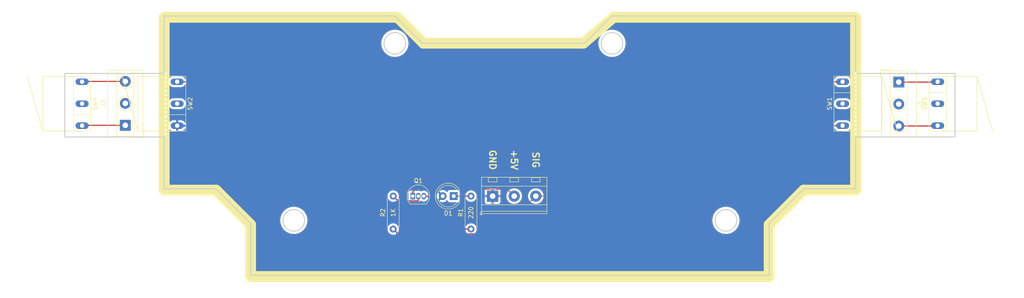
<source format=kicad_pcb>
(kicad_pcb (version 20171130) (host pcbnew "(5.1.5-0-10_14)")

  (general
    (thickness 1.6)
    (drawings 47)
    (tracks 29)
    (zones 0)
    (modules 17)
    (nets 18)
  )

  (page A4)
  (layers
    (0 F.Cu signal)
    (31 B.Cu signal)
    (32 B.Adhes user)
    (33 F.Adhes user)
    (34 B.Paste user)
    (35 F.Paste user)
    (36 B.SilkS user)
    (37 F.SilkS user)
    (38 B.Mask user)
    (39 F.Mask user)
    (40 Dwgs.User user)
    (41 Cmts.User user)
    (42 Eco1.User user)
    (43 Eco2.User user)
    (44 Edge.Cuts user)
    (45 Margin user)
    (46 B.CrtYd user)
    (47 F.CrtYd user)
    (48 B.Fab user hide)
    (49 F.Fab user hide)
  )

  (setup
    (last_trace_width 0.25)
    (user_trace_width 0.1)
    (user_trace_width 2)
    (trace_clearance 0.2)
    (zone_clearance 0.508)
    (zone_45_only no)
    (trace_min 0.1)
    (via_size 0.8)
    (via_drill 0.4)
    (via_min_size 0.4)
    (via_min_drill 0.3)
    (uvia_size 0.3)
    (uvia_drill 0.1)
    (uvias_allowed no)
    (uvia_min_size 0.2)
    (uvia_min_drill 0.1)
    (edge_width 0.05)
    (segment_width 0.2)
    (pcb_text_width 0.3)
    (pcb_text_size 1.5 1.5)
    (mod_edge_width 0.12)
    (mod_text_size 1 1)
    (mod_text_width 0.15)
    (pad_size 1.524 1.524)
    (pad_drill 0.762)
    (pad_to_mask_clearance 0.051)
    (solder_mask_min_width 0.25)
    (aux_axis_origin 0 0)
    (visible_elements FFFFFF7F)
    (pcbplotparams
      (layerselection 0x010fc_ffffffff)
      (usegerberextensions false)
      (usegerberattributes false)
      (usegerberadvancedattributes false)
      (creategerberjobfile false)
      (excludeedgelayer true)
      (linewidth 0.100000)
      (plotframeref false)
      (viasonmask false)
      (mode 1)
      (useauxorigin false)
      (hpglpennumber 1)
      (hpglpenspeed 20)
      (hpglpendiameter 15.000000)
      (psnegative false)
      (psa4output false)
      (plotreference true)
      (plotvalue true)
      (plotinvisibletext false)
      (padsonsilk false)
      (subtractmaskfromsilk false)
      (outputformat 1)
      (mirror false)
      (drillshape 0)
      (scaleselection 1)
      (outputdirectory "gerber/"))
  )

  (net 0 "")
  (net 1 GND)
  (net 2 +5V)
  (net 3 "Net-(SW1-Pad1)")
  (net 4 "Net-(SW1-Pad2)")
  (net 5 "Net-(SW2-Pad2)")
  (net 6 "Net-(D1-Pad1)")
  (net 7 SIG)
  (net 8 "Net-(Q1-Pad2)")
  (net 9 "Net-(SW3-Pad2)")
  (net 10 "Net-(SW4-Pad2)")
  (net 11 "Net-(J1-Pad2)")
  (net 12 "Net-(J1-Pad1)")
  (net 13 "Net-(J3-Pad2)")
  (net 14 "Net-(J1-Pad3)")
  (net 15 "Net-(J3-Pad3)")
  (net 16 "Net-(J3-Pad1)")
  (net 17 "Net-(Q1-Pad3)")

  (net_class Default "This is the default net class."
    (clearance 0.2)
    (trace_width 0.25)
    (via_dia 0.8)
    (via_drill 0.4)
    (uvia_dia 0.3)
    (uvia_drill 0.1)
    (add_net +5V)
    (add_net GND)
    (add_net "Net-(D1-Pad1)")
    (add_net "Net-(J1-Pad1)")
    (add_net "Net-(J1-Pad2)")
    (add_net "Net-(J1-Pad3)")
    (add_net "Net-(J3-Pad1)")
    (add_net "Net-(J3-Pad2)")
    (add_net "Net-(J3-Pad3)")
    (add_net "Net-(Q1-Pad2)")
    (add_net "Net-(Q1-Pad3)")
    (add_net "Net-(SW1-Pad1)")
    (add_net "Net-(SW1-Pad2)")
    (add_net "Net-(SW2-Pad2)")
    (add_net "Net-(SW3-Pad2)")
    (add_net "Net-(SW4-Pad2)")
    (add_net SIG)
  )

  (net_class Slim ""
    (clearance 0.2)
    (trace_width 0.2)
    (via_dia 0.8)
    (via_drill 0.4)
    (uvia_dia 0.3)
    (uvia_drill 0.1)
  )

  (module Eurorack:MOUSEBITE1mm (layer F.Cu) (tedit 57DAB9A4) (tstamp 5EBDCEBA)
    (at 232 56 90)
    (fp_text reference MOUSEBITE1mm (at 0 -1.016 90) (layer F.SilkS) hide
      (effects (font (size 1 1) (thickness 0.2)))
    )
    (fp_text value VAL** (at 0 1.27 90) (layer F.SilkS) hide
      (effects (font (size 1 1) (thickness 0.2)))
    )
    (pad "" np_thru_hole circle (at 0 0 90) (size 0.5 0.5) (drill 0.5) (layers *.Cu))
    (pad "" np_thru_hole circle (at -2 0 90) (size 0.5 0.5) (drill 0.5) (layers *.Cu))
    (pad "" np_thru_hole circle (at -1 0 90) (size 0.5 0.5) (drill 0.5) (layers *.Cu))
    (pad "" np_thru_hole circle (at 2 0 90) (size 0.5 0.5) (drill 0.5) (layers *.Cu))
    (pad "" np_thru_hole circle (at 1 0 90) (size 0.5 0.5) (drill 0.5) (layers *.Cu))
  )

  (module Eurorack:MOUSEBITE1mm (layer F.Cu) (tedit 57DAB9A4) (tstamp 5EBDCEAA)
    (at 232 51 90)
    (fp_text reference MOUSEBITE1mm (at 0 -1.016 90) (layer F.SilkS) hide
      (effects (font (size 1 1) (thickness 0.2)))
    )
    (fp_text value VAL** (at 0 1.27 90) (layer F.SilkS) hide
      (effects (font (size 1 1) (thickness 0.2)))
    )
    (pad "" np_thru_hole circle (at 1 0 90) (size 0.5 0.5) (drill 0.5) (layers *.Cu))
    (pad "" np_thru_hole circle (at 2 0 90) (size 0.5 0.5) (drill 0.5) (layers *.Cu))
    (pad "" np_thru_hole circle (at -1 0 90) (size 0.5 0.5) (drill 0.5) (layers *.Cu))
    (pad "" np_thru_hole circle (at -2 0 90) (size 0.5 0.5) (drill 0.5) (layers *.Cu))
    (pad "" np_thru_hole circle (at 0 0 90) (size 0.5 0.5) (drill 0.5) (layers *.Cu))
  )

  (module Eurorack:MOUSEBITE1mm (layer F.Cu) (tedit 57DAB9A4) (tstamp 5EBDCE9A)
    (at 232 46 90)
    (fp_text reference MOUSEBITE1mm (at 0 -1.016 90) (layer F.SilkS) hide
      (effects (font (size 1 1) (thickness 0.2)))
    )
    (fp_text value VAL** (at 0 1.27 90) (layer F.SilkS) hide
      (effects (font (size 1 1) (thickness 0.2)))
    )
    (pad "" np_thru_hole circle (at 0 0 90) (size 0.5 0.5) (drill 0.5) (layers *.Cu))
    (pad "" np_thru_hole circle (at -2 0 90) (size 0.5 0.5) (drill 0.5) (layers *.Cu))
    (pad "" np_thru_hole circle (at -1 0 90) (size 0.5 0.5) (drill 0.5) (layers *.Cu))
    (pad "" np_thru_hole circle (at 2 0 90) (size 0.5 0.5) (drill 0.5) (layers *.Cu))
    (pad "" np_thru_hole circle (at 1 0 90) (size 0.5 0.5) (drill 0.5) (layers *.Cu))
  )

  (module Eurorack:MOUSEBITE1mm (layer F.Cu) (tedit 57DAB9A4) (tstamp 5EBDCBD5)
    (at 72.39 56 90)
    (fp_text reference MOUSEBITE1mm (at 0 -1.016 90) (layer F.SilkS) hide
      (effects (font (size 1 1) (thickness 0.2)))
    )
    (fp_text value VAL** (at 0 1.27 90) (layer F.SilkS) hide
      (effects (font (size 1 1) (thickness 0.2)))
    )
    (pad "" np_thru_hole circle (at 1 0 90) (size 0.5 0.5) (drill 0.5) (layers *.Cu))
    (pad "" np_thru_hole circle (at 2 0 90) (size 0.5 0.5) (drill 0.5) (layers *.Cu))
    (pad "" np_thru_hole circle (at -1 0 90) (size 0.5 0.5) (drill 0.5) (layers *.Cu))
    (pad "" np_thru_hole circle (at -2 0 90) (size 0.5 0.5) (drill 0.5) (layers *.Cu))
    (pad "" np_thru_hole circle (at 0 0 90) (size 0.5 0.5) (drill 0.5) (layers *.Cu))
  )

  (module Eurorack:MOUSEBITE1mm (layer F.Cu) (tedit 57DAB9A4) (tstamp 5EBDCBC5)
    (at 72.39 51 90)
    (fp_text reference MOUSEBITE1mm (at 0 -1.016 90) (layer F.SilkS) hide
      (effects (font (size 1 1) (thickness 0.2)))
    )
    (fp_text value VAL** (at 0 1.27 90) (layer F.SilkS) hide
      (effects (font (size 1 1) (thickness 0.2)))
    )
    (pad "" np_thru_hole circle (at 0 0 90) (size 0.5 0.5) (drill 0.5) (layers *.Cu))
    (pad "" np_thru_hole circle (at -2 0 90) (size 0.5 0.5) (drill 0.5) (layers *.Cu))
    (pad "" np_thru_hole circle (at -1 0 90) (size 0.5 0.5) (drill 0.5) (layers *.Cu))
    (pad "" np_thru_hole circle (at 2 0 90) (size 0.5 0.5) (drill 0.5) (layers *.Cu))
    (pad "" np_thru_hole circle (at 1 0 90) (size 0.5 0.5) (drill 0.5) (layers *.Cu))
  )

  (module Eurorack:MOUSEBITE1mm (layer F.Cu) (tedit 57DAB9A4) (tstamp 5EBDCB34)
    (at 72.39 46 90)
    (fp_text reference MOUSEBITE1mm (at 0 -1.016 90) (layer F.SilkS) hide
      (effects (font (size 1 1) (thickness 0.2)))
    )
    (fp_text value VAL** (at 0 1.27 90) (layer F.SilkS) hide
      (effects (font (size 1 1) (thickness 0.2)))
    )
    (pad "" np_thru_hole circle (at 1 0 90) (size 0.5 0.5) (drill 0.5) (layers *.Cu))
    (pad "" np_thru_hole circle (at 2 0 90) (size 0.5 0.5) (drill 0.5) (layers *.Cu))
    (pad "" np_thru_hole circle (at -1 0 90) (size 0.5 0.5) (drill 0.5) (layers *.Cu))
    (pad "" np_thru_hole circle (at -2 0 90) (size 0.5 0.5) (drill 0.5) (layers *.Cu))
    (pad "" np_thru_hole circle (at 0 0 90) (size 0.5 0.5) (drill 0.5) (layers *.Cu))
  )

  (module Resistor_THT:R_Axial_DIN0207_L6.3mm_D2.5mm_P7.62mm_Horizontal (layer F.Cu) (tedit 5AE5139B) (tstamp 5EB92EDF)
    (at 125 80.01 90)
    (descr "Resistor, Axial_DIN0207 series, Axial, Horizontal, pin pitch=7.62mm, 0.25W = 1/4W, length*diameter=6.3*2.5mm^2, http://cdn-reichelt.de/documents/datenblatt/B400/1_4W%23YAG.pdf")
    (tags "Resistor Axial_DIN0207 series Axial Horizontal pin pitch 7.62mm 0.25W = 1/4W length 6.3mm diameter 2.5mm")
    (path /5EB95C57)
    (fp_text reference R2 (at 3.81 -2.37 90) (layer F.SilkS)
      (effects (font (size 1 1) (thickness 0.15)))
    )
    (fp_text value 1K (at 3.81 0 90) (layer F.SilkS)
      (effects (font (size 1 1) (thickness 0.15)))
    )
    (fp_text user %R (at 3.81 0 90) (layer F.Fab)
      (effects (font (size 1 1) (thickness 0.15)))
    )
    (fp_line (start 8.67 -1.5) (end -1.05 -1.5) (layer F.CrtYd) (width 0.05))
    (fp_line (start 8.67 1.5) (end 8.67 -1.5) (layer F.CrtYd) (width 0.05))
    (fp_line (start -1.05 1.5) (end 8.67 1.5) (layer F.CrtYd) (width 0.05))
    (fp_line (start -1.05 -1.5) (end -1.05 1.5) (layer F.CrtYd) (width 0.05))
    (fp_line (start 7.08 1.37) (end 7.08 1.04) (layer F.SilkS) (width 0.12))
    (fp_line (start 0.54 1.37) (end 7.08 1.37) (layer F.SilkS) (width 0.12))
    (fp_line (start 0.54 1.04) (end 0.54 1.37) (layer F.SilkS) (width 0.12))
    (fp_line (start 7.08 -1.37) (end 7.08 -1.04) (layer F.SilkS) (width 0.12))
    (fp_line (start 0.54 -1.37) (end 7.08 -1.37) (layer F.SilkS) (width 0.12))
    (fp_line (start 0.54 -1.04) (end 0.54 -1.37) (layer F.SilkS) (width 0.12))
    (fp_line (start 7.62 0) (end 6.96 0) (layer F.Fab) (width 0.1))
    (fp_line (start 0 0) (end 0.66 0) (layer F.Fab) (width 0.1))
    (fp_line (start 6.96 -1.25) (end 0.66 -1.25) (layer F.Fab) (width 0.1))
    (fp_line (start 6.96 1.25) (end 6.96 -1.25) (layer F.Fab) (width 0.1))
    (fp_line (start 0.66 1.25) (end 6.96 1.25) (layer F.Fab) (width 0.1))
    (fp_line (start 0.66 -1.25) (end 0.66 1.25) (layer F.Fab) (width 0.1))
    (pad 2 thru_hole oval (at 7.62 0 90) (size 1.6 1.6) (drill 0.8) (layers *.Cu *.Mask)
      (net 8 "Net-(Q1-Pad2)"))
    (pad 1 thru_hole circle (at 0 0 90) (size 1.6 1.6) (drill 0.8) (layers *.Cu *.Mask)
      (net 7 SIG))
    (model ${KISYS3DMOD}/Resistor_THT.3dshapes/R_Axial_DIN0207_L6.3mm_D2.5mm_P7.62mm_Horizontal.wrl
      (at (xyz 0 0 0))
      (scale (xyz 1 1 1))
      (rotate (xyz 0 0 0))
    )
  )

  (module Resistor_THT:R_Axial_DIN0207_L6.3mm_D2.5mm_P7.62mm_Horizontal (layer F.Cu) (tedit 5AE5139B) (tstamp 5EB92ECC)
    (at 143 80.01 90)
    (descr "Resistor, Axial_DIN0207 series, Axial, Horizontal, pin pitch=7.62mm, 0.25W = 1/4W, length*diameter=6.3*2.5mm^2, http://cdn-reichelt.de/documents/datenblatt/B400/1_4W%23YAG.pdf")
    (tags "Resistor Axial_DIN0207 series Axial Horizontal pin pitch 7.62mm 0.25W = 1/4W length 6.3mm diameter 2.5mm")
    (path /5EB94402)
    (fp_text reference R1 (at 3.81 -2.37 90) (layer F.SilkS)
      (effects (font (size 1 1) (thickness 0.15)))
    )
    (fp_text value 220 (at 3.81 0 90) (layer F.SilkS)
      (effects (font (size 1 1) (thickness 0.15)))
    )
    (fp_text user %R (at 5.15 0 90) (layer F.Fab)
      (effects (font (size 1 1) (thickness 0.15)))
    )
    (fp_line (start 8.67 -1.5) (end -1.05 -1.5) (layer F.CrtYd) (width 0.05))
    (fp_line (start 8.67 1.5) (end 8.67 -1.5) (layer F.CrtYd) (width 0.05))
    (fp_line (start -1.05 1.5) (end 8.67 1.5) (layer F.CrtYd) (width 0.05))
    (fp_line (start -1.05 -1.5) (end -1.05 1.5) (layer F.CrtYd) (width 0.05))
    (fp_line (start 7.08 1.37) (end 7.08 1.04) (layer F.SilkS) (width 0.12))
    (fp_line (start 0.54 1.37) (end 7.08 1.37) (layer F.SilkS) (width 0.12))
    (fp_line (start 0.54 1.04) (end 0.54 1.37) (layer F.SilkS) (width 0.12))
    (fp_line (start 7.08 -1.37) (end 7.08 -1.04) (layer F.SilkS) (width 0.12))
    (fp_line (start 0.54 -1.37) (end 7.08 -1.37) (layer F.SilkS) (width 0.12))
    (fp_line (start 0.54 -1.04) (end 0.54 -1.37) (layer F.SilkS) (width 0.12))
    (fp_line (start 7.62 0) (end 6.96 0) (layer F.Fab) (width 0.1))
    (fp_line (start 0 0) (end 0.66 0) (layer F.Fab) (width 0.1))
    (fp_line (start 6.96 -1.25) (end 0.66 -1.25) (layer F.Fab) (width 0.1))
    (fp_line (start 6.96 1.25) (end 6.96 -1.25) (layer F.Fab) (width 0.1))
    (fp_line (start 0.66 1.25) (end 6.96 1.25) (layer F.Fab) (width 0.1))
    (fp_line (start 0.66 -1.25) (end 0.66 1.25) (layer F.Fab) (width 0.1))
    (pad 2 thru_hole oval (at 7.62 0 90) (size 1.6 1.6) (drill 0.8) (layers *.Cu *.Mask)
      (net 6 "Net-(D1-Pad1)"))
    (pad 1 thru_hole circle (at 0 0 90) (size 1.6 1.6) (drill 0.8) (layers *.Cu *.Mask)
      (net 17 "Net-(Q1-Pad3)"))
    (model ${KISYS3DMOD}/Resistor_THT.3dshapes/R_Axial_DIN0207_L6.3mm_D2.5mm_P7.62mm_Horizontal.wrl
      (at (xyz 0 0 0))
      (scale (xyz 1 1 1))
      (rotate (xyz 0 0 0))
    )
  )

  (module Package_TO_SOT_THT:TO-92_Inline (layer F.Cu) (tedit 5A1DD157) (tstamp 5EBDC1F8)
    (at 129.54 72.39)
    (descr "TO-92 leads in-line, narrow, oval pads, drill 0.75mm (see NXP sot054_po.pdf)")
    (tags "to-92 sc-43 sc-43a sot54 PA33 transistor")
    (path /5EBD7541)
    (fp_text reference Q1 (at 1.27 -3.56) (layer F.SilkS)
      (effects (font (size 1 1) (thickness 0.15)))
    )
    (fp_text value 2N3906 (at 1.27 2.79) (layer F.Fab)
      (effects (font (size 1 1) (thickness 0.15)))
    )
    (fp_arc (start 1.27 0) (end 1.27 -2.6) (angle 135) (layer F.SilkS) (width 0.12))
    (fp_arc (start 1.27 0) (end 1.27 -2.48) (angle -135) (layer F.Fab) (width 0.1))
    (fp_arc (start 1.27 0) (end 1.27 -2.6) (angle -135) (layer F.SilkS) (width 0.12))
    (fp_arc (start 1.27 0) (end 1.27 -2.48) (angle 135) (layer F.Fab) (width 0.1))
    (fp_line (start 4 2.01) (end -1.46 2.01) (layer F.CrtYd) (width 0.05))
    (fp_line (start 4 2.01) (end 4 -2.73) (layer F.CrtYd) (width 0.05))
    (fp_line (start -1.46 -2.73) (end -1.46 2.01) (layer F.CrtYd) (width 0.05))
    (fp_line (start -1.46 -2.73) (end 4 -2.73) (layer F.CrtYd) (width 0.05))
    (fp_line (start -0.5 1.75) (end 3 1.75) (layer F.Fab) (width 0.1))
    (fp_line (start -0.53 1.85) (end 3.07 1.85) (layer F.SilkS) (width 0.12))
    (fp_text user %R (at 1.27 -3.56) (layer F.Fab)
      (effects (font (size 1 1) (thickness 0.15)))
    )
    (pad 1 thru_hole rect (at 0 0) (size 1.05 1.5) (drill 0.75) (layers *.Cu *.Mask)
      (net 2 +5V))
    (pad 3 thru_hole oval (at 2.54 0) (size 1.05 1.5) (drill 0.75) (layers *.Cu *.Mask)
      (net 17 "Net-(Q1-Pad3)"))
    (pad 2 thru_hole oval (at 1.27 0) (size 1.05 1.5) (drill 0.75) (layers *.Cu *.Mask)
      (net 8 "Net-(Q1-Pad2)"))
    (model ${KISYS3DMOD}/Package_TO_SOT_THT.3dshapes/TO-92_Inline.wrl
      (at (xyz 0 0 0))
      (scale (xyz 1 1 1))
      (rotate (xyz 0 0 0))
    )
  )

  (module TerminalBlock_MetzConnect:TerminalBlock_MetzConnect_Type101_RT01603HBWC_1x03_P5.08mm_Horizontal (layer F.Cu) (tedit 5B294E9E) (tstamp 5EBA8399)
    (at 63 56 90)
    (descr "terminal block Metz Connect Type101_RT01603HBWC, 3 pins, pitch 5.08mm, size 15.2x8mm^2, drill diamater 1.3mm, pad diameter 2.5mm, see http://www.metz-connect.com/de/system/files/productfiles/Datenblatt_311011_RT016xxHBWC_OFF-022771S.pdf, script-generated using https://github.com/pointhi/kicad-footprint-generator/scripts/TerminalBlock_MetzConnect")
    (tags "THT terminal block Metz Connect Type101_RT01603HBWC pitch 5.08mm size 15.2x8mm^2 drill 1.3mm pad 2.5mm")
    (path /5EBB5FEE)
    (fp_text reference J3 (at 5.08 -5.06 90) (layer F.SilkS)
      (effects (font (size 1 1) (thickness 0.15)))
    )
    (fp_text value Conn_01x03 (at 5.08 5.06 90) (layer F.Fab)
      (effects (font (size 1 1) (thickness 0.15)))
    )
    (fp_text user %R (at 5.08 3 90) (layer F.Fab)
      (effects (font (size 1 1) (thickness 0.15)))
    )
    (fp_line (start 13.21 -4.5) (end -3.04 -4.5) (layer F.CrtYd) (width 0.05))
    (fp_line (start 13.21 4.5) (end 13.21 -4.5) (layer F.CrtYd) (width 0.05))
    (fp_line (start -3.04 4.5) (end 13.21 4.5) (layer F.CrtYd) (width 0.05))
    (fp_line (start -3.04 -4.5) (end -3.04 4.5) (layer F.CrtYd) (width 0.05))
    (fp_line (start -2.84 4.3) (end -0.84 4.3) (layer F.SilkS) (width 0.12))
    (fp_line (start -2.84 2.06) (end -2.84 4.3) (layer F.SilkS) (width 0.12))
    (fp_line (start 8.98 0.976) (end 8.886 1.069) (layer F.SilkS) (width 0.12))
    (fp_line (start 11.23 -1.275) (end 11.171 -1.216) (layer F.SilkS) (width 0.12))
    (fp_line (start 9.15 1.216) (end 9.091 1.274) (layer F.SilkS) (width 0.12))
    (fp_line (start 11.435 -1.069) (end 11.341 -0.976) (layer F.SilkS) (width 0.12))
    (fp_line (start 11.115 -1.138) (end 9.023 0.955) (layer F.Fab) (width 0.1))
    (fp_line (start 11.298 -0.955) (end 9.206 1.138) (layer F.Fab) (width 0.1))
    (fp_line (start 3.9 0.976) (end 3.806 1.069) (layer F.SilkS) (width 0.12))
    (fp_line (start 6.15 -1.275) (end 6.091 -1.216) (layer F.SilkS) (width 0.12))
    (fp_line (start 4.07 1.216) (end 4.011 1.274) (layer F.SilkS) (width 0.12))
    (fp_line (start 6.355 -1.069) (end 6.261 -0.976) (layer F.SilkS) (width 0.12))
    (fp_line (start 6.035 -1.138) (end 3.943 0.955) (layer F.Fab) (width 0.1))
    (fp_line (start 6.218 -0.955) (end 4.126 1.138) (layer F.Fab) (width 0.1))
    (fp_line (start 0.955 -1.138) (end -1.138 0.955) (layer F.Fab) (width 0.1))
    (fp_line (start 1.138 -0.955) (end -0.955 1.138) (layer F.Fab) (width 0.1))
    (fp_line (start 12.76 -4.06) (end 12.76 4.06) (layer F.SilkS) (width 0.12))
    (fp_line (start -2.6 -4.06) (end -2.6 4.06) (layer F.SilkS) (width 0.12))
    (fp_line (start -2.6 4.06) (end 12.76 4.06) (layer F.SilkS) (width 0.12))
    (fp_line (start -2.6 -4.06) (end 12.76 -4.06) (layer F.SilkS) (width 0.12))
    (fp_line (start -2.6 -2) (end 12.76 -2) (layer F.SilkS) (width 0.12))
    (fp_line (start -2.54 -2) (end 12.7 -2) (layer F.Fab) (width 0.1))
    (fp_line (start -2.6 2) (end 12.76 2) (layer F.SilkS) (width 0.12))
    (fp_line (start -2.54 2) (end 12.7 2) (layer F.Fab) (width 0.1))
    (fp_line (start -2.54 2) (end -2.54 -4) (layer F.Fab) (width 0.1))
    (fp_line (start -0.54 4) (end -2.54 2) (layer F.Fab) (width 0.1))
    (fp_line (start 12.7 4) (end -0.54 4) (layer F.Fab) (width 0.1))
    (fp_line (start 12.7 -4) (end 12.7 4) (layer F.Fab) (width 0.1))
    (fp_line (start -2.54 -4) (end 12.7 -4) (layer F.Fab) (width 0.1))
    (fp_circle (center 10.16 0) (end 11.84 0) (layer F.SilkS) (width 0.12))
    (fp_circle (center 10.16 0) (end 11.66 0) (layer F.Fab) (width 0.1))
    (fp_circle (center 5.08 0) (end 6.76 0) (layer F.SilkS) (width 0.12))
    (fp_circle (center 5.08 0) (end 6.58 0) (layer F.Fab) (width 0.1))
    (fp_circle (center 0 0) (end 1.5 0) (layer F.Fab) (width 0.1))
    (fp_arc (start 0 0) (end -0.789 1.484) (angle -29) (layer F.SilkS) (width 0.12))
    (fp_arc (start 0 0) (end -1.484 -0.789) (angle -56) (layer F.SilkS) (width 0.12))
    (fp_arc (start 0 0) (end 0.789 -1.484) (angle -56) (layer F.SilkS) (width 0.12))
    (fp_arc (start 0 0) (end 1.484 0.789) (angle -56) (layer F.SilkS) (width 0.12))
    (fp_arc (start 0 0) (end 0 1.68) (angle -28) (layer F.SilkS) (width 0.12))
    (pad 3 thru_hole circle (at 10.16 0 90) (size 2.5 2.5) (drill 1.3) (layers *.Cu *.Mask)
      (net 15 "Net-(J3-Pad3)"))
    (pad 2 thru_hole circle (at 5.08 0 90) (size 2.5 2.5) (drill 1.3) (layers *.Cu *.Mask)
      (net 13 "Net-(J3-Pad2)"))
    (pad 1 thru_hole rect (at 0 0 90) (size 2.5 2.5) (drill 1.3) (layers *.Cu *.Mask)
      (net 16 "Net-(J3-Pad1)"))
    (model ${KISYS3DMOD}/TerminalBlock_MetzConnect.3dshapes/TerminalBlock_MetzConnect_Type101_RT01603HBWC_1x03_P5.08mm_Horizontal.wrl
      (at (xyz 0 0 0))
      (scale (xyz 1 1 1))
      (rotate (xyz 0 0 0))
    )
  )

  (module TerminalBlock_MetzConnect:TerminalBlock_MetzConnect_Type101_RT01603HBWC_1x03_P5.08mm_Horizontal (layer F.Cu) (tedit 5B294E9E) (tstamp 5EBA82DC)
    (at 242 46 270)
    (descr "terminal block Metz Connect Type101_RT01603HBWC, 3 pins, pitch 5.08mm, size 15.2x8mm^2, drill diamater 1.3mm, pad diameter 2.5mm, see http://www.metz-connect.com/de/system/files/productfiles/Datenblatt_311011_RT016xxHBWC_OFF-022771S.pdf, script-generated using https://github.com/pointhi/kicad-footprint-generator/scripts/TerminalBlock_MetzConnect")
    (tags "THT terminal block Metz Connect Type101_RT01603HBWC pitch 5.08mm size 15.2x8mm^2 drill 1.3mm pad 2.5mm")
    (path /5EBB5077)
    (fp_text reference J1 (at 5.08 -5.06 90) (layer F.SilkS)
      (effects (font (size 1 1) (thickness 0.15)))
    )
    (fp_text value Conn_01x03 (at 5.08 5.06 90) (layer F.Fab)
      (effects (font (size 1 1) (thickness 0.15)))
    )
    (fp_text user %R (at 5.08 3 90) (layer F.Fab)
      (effects (font (size 1 1) (thickness 0.15)))
    )
    (fp_line (start 13.21 -4.5) (end -3.04 -4.5) (layer F.CrtYd) (width 0.05))
    (fp_line (start 13.21 4.5) (end 13.21 -4.5) (layer F.CrtYd) (width 0.05))
    (fp_line (start -3.04 4.5) (end 13.21 4.5) (layer F.CrtYd) (width 0.05))
    (fp_line (start -3.04 -4.5) (end -3.04 4.5) (layer F.CrtYd) (width 0.05))
    (fp_line (start -2.84 4.3) (end -0.84 4.3) (layer F.SilkS) (width 0.12))
    (fp_line (start -2.84 2.06) (end -2.84 4.3) (layer F.SilkS) (width 0.12))
    (fp_line (start 8.98 0.976) (end 8.886 1.069) (layer F.SilkS) (width 0.12))
    (fp_line (start 11.23 -1.275) (end 11.171 -1.216) (layer F.SilkS) (width 0.12))
    (fp_line (start 9.15 1.216) (end 9.091 1.274) (layer F.SilkS) (width 0.12))
    (fp_line (start 11.435 -1.069) (end 11.341 -0.976) (layer F.SilkS) (width 0.12))
    (fp_line (start 11.115 -1.138) (end 9.023 0.955) (layer F.Fab) (width 0.1))
    (fp_line (start 11.298 -0.955) (end 9.206 1.138) (layer F.Fab) (width 0.1))
    (fp_line (start 3.9 0.976) (end 3.806 1.069) (layer F.SilkS) (width 0.12))
    (fp_line (start 6.15 -1.275) (end 6.091 -1.216) (layer F.SilkS) (width 0.12))
    (fp_line (start 4.07 1.216) (end 4.011 1.274) (layer F.SilkS) (width 0.12))
    (fp_line (start 6.355 -1.069) (end 6.261 -0.976) (layer F.SilkS) (width 0.12))
    (fp_line (start 6.035 -1.138) (end 3.943 0.955) (layer F.Fab) (width 0.1))
    (fp_line (start 6.218 -0.955) (end 4.126 1.138) (layer F.Fab) (width 0.1))
    (fp_line (start 0.955 -1.138) (end -1.138 0.955) (layer F.Fab) (width 0.1))
    (fp_line (start 1.138 -0.955) (end -0.955 1.138) (layer F.Fab) (width 0.1))
    (fp_line (start 12.76 -4.06) (end 12.76 4.06) (layer F.SilkS) (width 0.12))
    (fp_line (start -2.6 -4.06) (end -2.6 4.06) (layer F.SilkS) (width 0.12))
    (fp_line (start -2.6 4.06) (end 12.76 4.06) (layer F.SilkS) (width 0.12))
    (fp_line (start -2.6 -4.06) (end 12.76 -4.06) (layer F.SilkS) (width 0.12))
    (fp_line (start -2.6 -2) (end 12.76 -2) (layer F.SilkS) (width 0.12))
    (fp_line (start -2.54 -2) (end 12.7 -2) (layer F.Fab) (width 0.1))
    (fp_line (start -2.6 2) (end 12.76 2) (layer F.SilkS) (width 0.12))
    (fp_line (start -2.54 2) (end 12.7 2) (layer F.Fab) (width 0.1))
    (fp_line (start -2.54 2) (end -2.54 -4) (layer F.Fab) (width 0.1))
    (fp_line (start -0.54 4) (end -2.54 2) (layer F.Fab) (width 0.1))
    (fp_line (start 12.7 4) (end -0.54 4) (layer F.Fab) (width 0.1))
    (fp_line (start 12.7 -4) (end 12.7 4) (layer F.Fab) (width 0.1))
    (fp_line (start -2.54 -4) (end 12.7 -4) (layer F.Fab) (width 0.1))
    (fp_circle (center 10.16 0) (end 11.84 0) (layer F.SilkS) (width 0.12))
    (fp_circle (center 10.16 0) (end 11.66 0) (layer F.Fab) (width 0.1))
    (fp_circle (center 5.08 0) (end 6.76 0) (layer F.SilkS) (width 0.12))
    (fp_circle (center 5.08 0) (end 6.58 0) (layer F.Fab) (width 0.1))
    (fp_circle (center 0 0) (end 1.5 0) (layer F.Fab) (width 0.1))
    (fp_arc (start 0 0) (end -0.789 1.484) (angle -29) (layer F.SilkS) (width 0.12))
    (fp_arc (start 0 0) (end -1.484 -0.789) (angle -56) (layer F.SilkS) (width 0.12))
    (fp_arc (start 0 0) (end 0.789 -1.484) (angle -56) (layer F.SilkS) (width 0.12))
    (fp_arc (start 0 0) (end 1.484 0.789) (angle -56) (layer F.SilkS) (width 0.12))
    (fp_arc (start 0 0) (end 0 1.68) (angle -28) (layer F.SilkS) (width 0.12))
    (pad 3 thru_hole circle (at 10.16 0 270) (size 2.5 2.5) (drill 1.3) (layers *.Cu *.Mask)
      (net 14 "Net-(J1-Pad3)"))
    (pad 2 thru_hole circle (at 5.08 0 270) (size 2.5 2.5) (drill 1.3) (layers *.Cu *.Mask)
      (net 11 "Net-(J1-Pad2)"))
    (pad 1 thru_hole rect (at 0 0 270) (size 2.5 2.5) (drill 1.3) (layers *.Cu *.Mask)
      (net 12 "Net-(J1-Pad1)"))
    (model ${KISYS3DMOD}/TerminalBlock_MetzConnect.3dshapes/TerminalBlock_MetzConnect_Type101_RT01603HBWC_1x03_P5.08mm_Horizontal.wrl
      (at (xyz 0 0 0))
      (scale (xyz 1 1 1))
      (rotate (xyz 0 0 0))
    )
  )

  (module endstop:SIP-3 (layer F.Cu) (tedit 5EB3E2FD) (tstamp 5EB94B56)
    (at 229 51 270)
    (path /5EB44A71)
    (fp_text reference SW1 (at 0 3 90) (layer F.SilkS)
      (effects (font (size 1 1) (thickness 0.15)))
    )
    (fp_text value NCNO-Pushbutton (at 0 -3 90) (layer F.Fab)
      (effects (font (size 1 1) (thickness 0.15)))
    )
    (fp_line (start -6.35 -9.1) (end 6.35 -12.7) (layer F.SilkS) (width 0.15))
    (fp_line (start 6.35 -9.1) (end -6.35 -9.1) (layer F.SilkS) (width 0.15))
    (fp_line (start 6.35 0) (end 6.35 -9.1) (layer F.SilkS) (width 0.15))
    (fp_line (start -6.35 0) (end -6.35 -9.1) (layer F.SilkS) (width 0.15))
    (fp_line (start -6.08 1.75) (end -6.08 -1.75) (layer F.CrtYd) (width 0.05))
    (fp_line (start 6.08 1.75) (end -6.08 1.75) (layer F.CrtYd) (width 0.05))
    (fp_line (start 6.08 -1.75) (end 6.08 1.75) (layer F.CrtYd) (width 0.05))
    (fp_line (start -6.08 -1.75) (end 6.08 -1.75) (layer F.CrtYd) (width 0.05))
    (fp_line (start -2.54 -2) (end -2.54 2) (layer F.SilkS) (width 0.12))
    (fp_line (start -6.33 2) (end -6.33 -2) (layer F.SilkS) (width 0.12))
    (fp_line (start 6.33 2) (end -6.33 2) (layer F.SilkS) (width 0.12))
    (fp_line (start 6.33 -2) (end 6.33 2) (layer F.SilkS) (width 0.12))
    (fp_line (start -6.33 -2) (end 6.33 -2) (layer F.SilkS) (width 0.12))
    (pad 3 thru_hole oval (at 5.08 0 270) (size 1.5 3) (drill 1) (layers *.Cu *.Mask)
      (net 7 SIG))
    (pad 2 thru_hole oval (at 0 0 270) (size 1.5 3) (drill 1) (layers *.Cu *.Mask)
      (net 4 "Net-(SW1-Pad2)"))
    (pad 1 thru_hole oval (at -5.08 0 270) (size 1.5 3) (drill 1) (layers *.Cu *.Mask)
      (net 3 "Net-(SW1-Pad1)"))
  )

  (module endstop:SIP-3 (layer F.Cu) (tedit 5EB3E2FD) (tstamp 5EBA637C)
    (at 53 51 90)
    (path /5EBAA4A7)
    (fp_text reference SW4 (at 0 3 90) (layer F.SilkS)
      (effects (font (size 1 1) (thickness 0.15)))
    )
    (fp_text value NCNO-Pushbutton (at 0 -3 90) (layer F.Fab)
      (effects (font (size 1 1) (thickness 0.15)))
    )
    (fp_line (start -6.35 -9.1) (end 6.35 -12.7) (layer F.SilkS) (width 0.15))
    (fp_line (start 6.35 -9.1) (end -6.35 -9.1) (layer F.SilkS) (width 0.15))
    (fp_line (start 6.35 0) (end 6.35 -9.1) (layer F.SilkS) (width 0.15))
    (fp_line (start -6.35 0) (end -6.35 -9.1) (layer F.SilkS) (width 0.15))
    (fp_line (start -6.08 1.75) (end -6.08 -1.75) (layer F.CrtYd) (width 0.05))
    (fp_line (start 6.08 1.75) (end -6.08 1.75) (layer F.CrtYd) (width 0.05))
    (fp_line (start 6.08 -1.75) (end 6.08 1.75) (layer F.CrtYd) (width 0.05))
    (fp_line (start -6.08 -1.75) (end 6.08 -1.75) (layer F.CrtYd) (width 0.05))
    (fp_line (start -2.54 -2) (end -2.54 2) (layer F.SilkS) (width 0.12))
    (fp_line (start -6.33 2) (end -6.33 -2) (layer F.SilkS) (width 0.12))
    (fp_line (start 6.33 2) (end -6.33 2) (layer F.SilkS) (width 0.12))
    (fp_line (start 6.33 -2) (end 6.33 2) (layer F.SilkS) (width 0.12))
    (fp_line (start -6.33 -2) (end 6.33 -2) (layer F.SilkS) (width 0.12))
    (pad 3 thru_hole oval (at 5.08 0 90) (size 1.5 3) (drill 1) (layers *.Cu *.Mask)
      (net 15 "Net-(J3-Pad3)"))
    (pad 2 thru_hole oval (at 0 0 90) (size 1.5 3) (drill 1) (layers *.Cu *.Mask)
      (net 10 "Net-(SW4-Pad2)"))
    (pad 1 thru_hole oval (at -5.08 0 90) (size 1.5 3) (drill 1) (layers *.Cu *.Mask)
      (net 16 "Net-(J3-Pad1)"))
  )

  (module endstop:SIP-3 (layer F.Cu) (tedit 5EB3E2FD) (tstamp 5EBA63B5)
    (at 251 51 270)
    (path /5EBA9CE7)
    (fp_text reference SW3 (at 0 3 90) (layer F.SilkS)
      (effects (font (size 1 1) (thickness 0.15)))
    )
    (fp_text value NCNO-Pushbutton (at 0 -3 90) (layer F.Fab)
      (effects (font (size 1 1) (thickness 0.15)))
    )
    (fp_line (start -6.35 -9.1) (end 6.35 -12.7) (layer F.SilkS) (width 0.15))
    (fp_line (start 6.35 -9.1) (end -6.35 -9.1) (layer F.SilkS) (width 0.15))
    (fp_line (start 6.35 0) (end 6.35 -9.1) (layer F.SilkS) (width 0.15))
    (fp_line (start -6.35 0) (end -6.35 -9.1) (layer F.SilkS) (width 0.15))
    (fp_line (start -6.08 1.75) (end -6.08 -1.75) (layer F.CrtYd) (width 0.05))
    (fp_line (start 6.08 1.75) (end -6.08 1.75) (layer F.CrtYd) (width 0.05))
    (fp_line (start 6.08 -1.75) (end 6.08 1.75) (layer F.CrtYd) (width 0.05))
    (fp_line (start -6.08 -1.75) (end 6.08 -1.75) (layer F.CrtYd) (width 0.05))
    (fp_line (start -2.54 -2) (end -2.54 2) (layer F.SilkS) (width 0.12))
    (fp_line (start -6.33 2) (end -6.33 -2) (layer F.SilkS) (width 0.12))
    (fp_line (start 6.33 2) (end -6.33 2) (layer F.SilkS) (width 0.12))
    (fp_line (start 6.33 -2) (end 6.33 2) (layer F.SilkS) (width 0.12))
    (fp_line (start -6.33 -2) (end 6.33 -2) (layer F.SilkS) (width 0.12))
    (pad 3 thru_hole oval (at 5.08 0 270) (size 1.5 3) (drill 1) (layers *.Cu *.Mask)
      (net 14 "Net-(J1-Pad3)"))
    (pad 2 thru_hole oval (at 0 0 270) (size 1.5 3) (drill 1) (layers *.Cu *.Mask)
      (net 9 "Net-(SW3-Pad2)"))
    (pad 1 thru_hole oval (at -5.08 0 270) (size 1.5 3) (drill 1) (layers *.Cu *.Mask)
      (net 12 "Net-(J1-Pad1)"))
  )

  (module endstop:SIP-3 (layer F.Cu) (tedit 5EB3E2FD) (tstamp 5EB94B1C)
    (at 75 51 90)
    (path /5EB45B1B)
    (fp_text reference SW2 (at 0 3 90) (layer F.SilkS)
      (effects (font (size 1 1) (thickness 0.15)))
    )
    (fp_text value NCNO-Pushbutton (at 0 -3 90) (layer F.Fab)
      (effects (font (size 1 1) (thickness 0.15)))
    )
    (fp_line (start -6.33 -2) (end 6.33 -2) (layer F.SilkS) (width 0.12))
    (fp_line (start 6.33 -2) (end 6.33 2) (layer F.SilkS) (width 0.12))
    (fp_line (start 6.33 2) (end -6.33 2) (layer F.SilkS) (width 0.12))
    (fp_line (start -6.33 2) (end -6.33 -2) (layer F.SilkS) (width 0.12))
    (fp_line (start -2.54 -2) (end -2.54 2) (layer F.SilkS) (width 0.12))
    (fp_line (start -6.08 -1.75) (end 6.08 -1.75) (layer F.CrtYd) (width 0.05))
    (fp_line (start 6.08 -1.75) (end 6.08 1.75) (layer F.CrtYd) (width 0.05))
    (fp_line (start 6.08 1.75) (end -6.08 1.75) (layer F.CrtYd) (width 0.05))
    (fp_line (start -6.08 1.75) (end -6.08 -1.75) (layer F.CrtYd) (width 0.05))
    (fp_line (start -6.35 0) (end -6.35 -9.1) (layer F.SilkS) (width 0.15))
    (fp_line (start 6.35 0) (end 6.35 -9.1) (layer F.SilkS) (width 0.15))
    (fp_line (start 6.35 -9.1) (end -6.35 -9.1) (layer F.SilkS) (width 0.15))
    (fp_line (start -6.35 -9.1) (end 6.35 -12.7) (layer F.SilkS) (width 0.15))
    (pad 1 thru_hole oval (at -5.08 0 90) (size 1.5 3) (drill 1) (layers *.Cu *.Mask)
      (net 1 GND))
    (pad 2 thru_hole oval (at 0 0 90) (size 1.5 3) (drill 1) (layers *.Cu *.Mask)
      (net 5 "Net-(SW2-Pad2)"))
    (pad 3 thru_hole oval (at 5.08 0 90) (size 1.5 3) (drill 1) (layers *.Cu *.Mask)
      (net 3 "Net-(SW1-Pad1)"))
  )

  (module LED_THT:LED_D5.0mm (layer F.Cu) (tedit 5995936A) (tstamp 5EB92E5A)
    (at 139 72.39 180)
    (descr "LED, diameter 5.0mm, 2 pins, http://cdn-reichelt.de/documents/datenblatt/A500/LL-504BC2E-009.pdf")
    (tags "LED diameter 5.0mm 2 pins")
    (path /5EB94635)
    (fp_text reference D1 (at 1.27 -3.96) (layer F.SilkS)
      (effects (font (size 1 1) (thickness 0.15)))
    )
    (fp_text value LED (at 1.27 3.96) (layer F.Fab)
      (effects (font (size 1 1) (thickness 0.15)))
    )
    (fp_arc (start 1.27 0) (end -1.23 -1.469694) (angle 299.1) (layer F.Fab) (width 0.1))
    (fp_arc (start 1.27 0) (end -1.29 -1.54483) (angle 148.9) (layer F.SilkS) (width 0.12))
    (fp_arc (start 1.27 0) (end -1.29 1.54483) (angle -148.9) (layer F.SilkS) (width 0.12))
    (fp_circle (center 1.27 0) (end 3.77 0) (layer F.Fab) (width 0.1))
    (fp_circle (center 1.27 0) (end 3.77 0) (layer F.SilkS) (width 0.12))
    (fp_line (start -1.23 -1.469694) (end -1.23 1.469694) (layer F.Fab) (width 0.1))
    (fp_line (start -1.29 -1.545) (end -1.29 1.545) (layer F.SilkS) (width 0.12))
    (fp_line (start -1.95 -3.25) (end -1.95 3.25) (layer F.CrtYd) (width 0.05))
    (fp_line (start -1.95 3.25) (end 4.5 3.25) (layer F.CrtYd) (width 0.05))
    (fp_line (start 4.5 3.25) (end 4.5 -3.25) (layer F.CrtYd) (width 0.05))
    (fp_line (start 4.5 -3.25) (end -1.95 -3.25) (layer F.CrtYd) (width 0.05))
    (fp_text user %R (at 1.25 0) (layer F.Fab)
      (effects (font (size 0.8 0.8) (thickness 0.2)))
    )
    (pad 1 thru_hole rect (at 0 0 180) (size 1.8 1.8) (drill 0.9) (layers *.Cu *.Mask)
      (net 6 "Net-(D1-Pad1)"))
    (pad 2 thru_hole circle (at 2.54 0 180) (size 1.8 1.8) (drill 0.9) (layers *.Cu *.Mask)
      (net 1 GND))
    (model ${KISYS3DMOD}/LED_THT.3dshapes/LED_D5.0mm.wrl
      (at (xyz 0 0 0))
      (scale (xyz 1 1 1))
      (rotate (xyz 0 0 0))
    )
  )

  (module TerminalBlock_MetzConnect:TerminalBlock_MetzConnect_Type094_RT03503HBLU_1x03_P5.00mm_Horizontal (layer F.Cu) (tedit 5B294E9C) (tstamp 5EB92EA7)
    (at 148 72.39)
    (descr "terminal block Metz Connect Type094_RT03503HBLU, 3 pins, pitch 5mm, size 15x8.3mm^2, drill diamater 1.3mm, pad diameter 2.6mm, see http://www.metz-connect.com/ru/system/files/productfiles/Data_sheet_310941_RT035xxHBLU_OFF-022742T.pdf, script-generated using https://github.com/pointhi/kicad-footprint-generator/scripts/TerminalBlock_MetzConnect")
    (tags "THT terminal block Metz Connect Type094_RT03503HBLU pitch 5mm size 15x8.3mm^2 drill 1.3mm pad 2.6mm")
    (path /5EB977E0)
    (fp_text reference J2 (at 5 -5.36) (layer F.Fab)
      (effects (font (size 1 1) (thickness 0.15)))
    )
    (fp_text value Conn_01x03 (at 5 5.06) (layer F.Fab)
      (effects (font (size 1 1) (thickness 0.15)))
    )
    (fp_arc (start 0 0) (end 0 1.68) (angle -24) (layer F.SilkS) (width 0.12))
    (fp_arc (start 0 0) (end 1.535 0.684) (angle -48) (layer F.SilkS) (width 0.12))
    (fp_arc (start 0 0) (end 0.684 -1.535) (angle -48) (layer F.SilkS) (width 0.12))
    (fp_arc (start 0 0) (end -1.535 -0.684) (angle -48) (layer F.SilkS) (width 0.12))
    (fp_arc (start 0 0) (end -0.684 1.535) (angle -25) (layer F.SilkS) (width 0.12))
    (fp_circle (center 0 0) (end 1.5 0) (layer F.Fab) (width 0.1))
    (fp_circle (center 5 0) (end 6.5 0) (layer F.Fab) (width 0.1))
    (fp_circle (center 5 0) (end 6.68 0) (layer F.SilkS) (width 0.12))
    (fp_circle (center 10 0) (end 11.5 0) (layer F.Fab) (width 0.1))
    (fp_circle (center 10 0) (end 11.68 0) (layer F.SilkS) (width 0.12))
    (fp_line (start -2.5 -4.3) (end 12.5 -4.3) (layer F.Fab) (width 0.1))
    (fp_line (start 12.5 -4.3) (end 12.5 4) (layer F.Fab) (width 0.1))
    (fp_line (start 12.5 4) (end -2 4) (layer F.Fab) (width 0.1))
    (fp_line (start -2 4) (end -2.5 3.5) (layer F.Fab) (width 0.1))
    (fp_line (start -2.5 3.5) (end -2.5 -4.3) (layer F.Fab) (width 0.1))
    (fp_line (start -2.5 3.5) (end 12.5 3.5) (layer F.Fab) (width 0.1))
    (fp_line (start -2.56 3.5) (end 12.56 3.5) (layer F.SilkS) (width 0.12))
    (fp_line (start -2.5 2) (end 12.5 2) (layer F.Fab) (width 0.1))
    (fp_line (start -2.56 2) (end 12.56 2) (layer F.SilkS) (width 0.12))
    (fp_line (start -2.5 -2.3) (end 12.5 -2.3) (layer F.Fab) (width 0.1))
    (fp_line (start -2.56 -2.301) (end 12.56 -2.301) (layer F.SilkS) (width 0.12))
    (fp_line (start -2.56 -4.36) (end 12.56 -4.36) (layer F.SilkS) (width 0.12))
    (fp_line (start -2.56 4.06) (end 12.56 4.06) (layer F.SilkS) (width 0.12))
    (fp_line (start -2.56 -4.36) (end -2.56 4.06) (layer F.SilkS) (width 0.12))
    (fp_line (start 12.56 -4.36) (end 12.56 4.06) (layer F.SilkS) (width 0.12))
    (fp_line (start 1.138 -0.955) (end -0.955 1.138) (layer F.Fab) (width 0.1))
    (fp_line (start 0.955 -1.138) (end -1.138 0.955) (layer F.Fab) (width 0.1))
    (fp_line (start -1 -4.3) (end -1 -3.3) (layer F.Fab) (width 0.1))
    (fp_line (start -1 -3.3) (end 1 -3.3) (layer F.Fab) (width 0.1))
    (fp_line (start 1 -3.3) (end 1 -4.3) (layer F.Fab) (width 0.1))
    (fp_line (start 1 -4.3) (end -1 -4.3) (layer F.Fab) (width 0.1))
    (fp_line (start -1 -4.3) (end 1 -4.3) (layer F.SilkS) (width 0.12))
    (fp_line (start -1 -3.3) (end 1 -3.3) (layer F.SilkS) (width 0.12))
    (fp_line (start -1 -4.3) (end -1 -3.3) (layer F.SilkS) (width 0.12))
    (fp_line (start 1 -4.3) (end 1 -3.3) (layer F.SilkS) (width 0.12))
    (fp_line (start 6.138 -0.955) (end 4.046 1.138) (layer F.Fab) (width 0.1))
    (fp_line (start 5.955 -1.138) (end 3.863 0.955) (layer F.Fab) (width 0.1))
    (fp_line (start 6.275 -1.069) (end 6.228 -1.023) (layer F.SilkS) (width 0.12))
    (fp_line (start 3.966 1.239) (end 3.931 1.274) (layer F.SilkS) (width 0.12))
    (fp_line (start 6.07 -1.275) (end 6.035 -1.239) (layer F.SilkS) (width 0.12))
    (fp_line (start 3.773 1.023) (end 3.726 1.069) (layer F.SilkS) (width 0.12))
    (fp_line (start 4 -4.3) (end 4 -3.3) (layer F.Fab) (width 0.1))
    (fp_line (start 4 -3.3) (end 6 -3.3) (layer F.Fab) (width 0.1))
    (fp_line (start 6 -3.3) (end 6 -4.3) (layer F.Fab) (width 0.1))
    (fp_line (start 6 -4.3) (end 4 -4.3) (layer F.Fab) (width 0.1))
    (fp_line (start 4 -4.3) (end 6 -4.3) (layer F.SilkS) (width 0.12))
    (fp_line (start 4 -3.3) (end 6 -3.3) (layer F.SilkS) (width 0.12))
    (fp_line (start 4 -4.3) (end 4 -3.3) (layer F.SilkS) (width 0.12))
    (fp_line (start 6 -4.3) (end 6 -3.3) (layer F.SilkS) (width 0.12))
    (fp_line (start 11.138 -0.955) (end 9.046 1.138) (layer F.Fab) (width 0.1))
    (fp_line (start 10.955 -1.138) (end 8.863 0.955) (layer F.Fab) (width 0.1))
    (fp_line (start 11.275 -1.069) (end 11.228 -1.023) (layer F.SilkS) (width 0.12))
    (fp_line (start 8.966 1.239) (end 8.931 1.274) (layer F.SilkS) (width 0.12))
    (fp_line (start 11.07 -1.275) (end 11.035 -1.239) (layer F.SilkS) (width 0.12))
    (fp_line (start 8.773 1.023) (end 8.726 1.069) (layer F.SilkS) (width 0.12))
    (fp_line (start 9 -4.3) (end 9 -3.3) (layer F.Fab) (width 0.1))
    (fp_line (start 9 -3.3) (end 11 -3.3) (layer F.Fab) (width 0.1))
    (fp_line (start 11 -3.3) (end 11 -4.3) (layer F.Fab) (width 0.1))
    (fp_line (start 11 -4.3) (end 9 -4.3) (layer F.Fab) (width 0.1))
    (fp_line (start 9 -4.3) (end 11 -4.3) (layer F.SilkS) (width 0.12))
    (fp_line (start 9 -3.3) (end 11 -3.3) (layer F.SilkS) (width 0.12))
    (fp_line (start 9 -4.3) (end 9 -3.3) (layer F.SilkS) (width 0.12))
    (fp_line (start 11 -4.3) (end 11 -3.3) (layer F.SilkS) (width 0.12))
    (fp_line (start -2.8 3.56) (end -2.8 4.3) (layer F.SilkS) (width 0.12))
    (fp_line (start -2.8 4.3) (end -2.3 4.3) (layer F.SilkS) (width 0.12))
    (fp_line (start -3 -4.81) (end -3 4.5) (layer F.CrtYd) (width 0.05))
    (fp_line (start -3 4.5) (end 13 4.5) (layer F.CrtYd) (width 0.05))
    (fp_line (start 13 4.5) (end 13 -4.81) (layer F.CrtYd) (width 0.05))
    (fp_line (start 13 -4.81) (end -3 -4.81) (layer F.CrtYd) (width 0.05))
    (fp_text user %R (at 5 2.75) (layer F.Fab)
      (effects (font (size 1 1) (thickness 0.15)))
    )
    (pad 1 thru_hole rect (at 0 0) (size 2.6 2.6) (drill 1.3) (layers *.Cu *.Mask)
      (net 1 GND))
    (pad 2 thru_hole circle (at 5 0) (size 2.6 2.6) (drill 1.3) (layers *.Cu *.Mask)
      (net 2 +5V))
    (pad 3 thru_hole circle (at 10 0) (size 2.6 2.6) (drill 1.3) (layers *.Cu *.Mask)
      (net 7 SIG))
    (model ${KISYS3DMOD}/TerminalBlock_MetzConnect.3dshapes/TerminalBlock_MetzConnect_Type094_RT03503HBLU_1x03_P5.00mm_Horizontal.wrl
      (at (xyz 0 0 0))
      (scale (xyz 1 1 1))
      (rotate (xyz 0 0 0))
    )
  )

  (gr_text SIG (at 158 64 270) (layer F.SilkS) (tstamp 5EBDCECF)
    (effects (font (size 1.5 1.5) (thickness 0.3)))
  )
  (gr_text +5V (at 153 64 270) (layer F.SilkS) (tstamp 5EBDCECD)
    (effects (font (size 1.5 1.5) (thickness 0.3)))
  )
  (gr_text GND (at 148 64 270) (layer F.SilkS)
    (effects (font (size 1.5 1.5) (thickness 0.3)))
  )
  (gr_line (start 72 71) (end 72 31) (layer F.SilkS) (width 2.5))
  (gr_line (start 84 71) (end 72 71) (layer F.SilkS) (width 2.5))
  (gr_line (start 92 79) (end 84 71) (layer F.SilkS) (width 2.5))
  (gr_line (start 92 91) (end 92 79) (layer F.SilkS) (width 2.5))
  (gr_line (start 212 91) (end 92 91) (layer F.SilkS) (width 2.5))
  (gr_line (start 212 79) (end 212 91) (layer F.SilkS) (width 2.5))
  (gr_line (start 220 71) (end 212 79) (layer F.SilkS) (width 2.5))
  (gr_line (start 232 71) (end 220 71) (layer F.SilkS) (width 2.5))
  (gr_line (start 232 31) (end 232 71) (layer F.SilkS) (width 2.5))
  (gr_line (start 176 31) (end 232 31) (layer F.SilkS) (width 2.5))
  (gr_line (start 169 37) (end 176 31) (layer F.SilkS) (width 2.5))
  (gr_line (start 132 37) (end 169 37) (layer F.SilkS) (width 2.5))
  (gr_line (start 126 31) (end 132 37) (layer F.SilkS) (width 2.5))
  (gr_line (start 72 31) (end 126 31) (layer F.SilkS) (width 2.5))
  (gr_line (start 72 31) (end 84 31) (layer F.SilkS) (width 0.12))
  (gr_line (start 232 30.7) (end 232 44) (layer Edge.Cuts) (width 0.25))
  (gr_line (start 175.629999 30.7) (end 232 30.7) (layer Edge.Cuts) (width 0.25))
  (gr_line (start 72 30.7) (end 72 44) (layer Edge.Cuts) (width 0.25))
  (gr_line (start 72 30.7) (end 125.389999 30.699999) (layer Edge.Cuts) (width 0.25))
  (gr_line (start 72 70.7) (end 72 70.7) (layer Edge.Cuts) (width 0.25))
  (gr_line (start 72 58.7) (end 72 70.7) (layer Edge.Cuts) (width 0.25))
  (gr_line (start 49 58.7) (end 72 58.7) (layer Edge.Cuts) (width 0.25))
  (gr_line (start 49 44) (end 49 58.7) (layer Edge.Cuts) (width 0.25))
  (gr_line (start 72 44) (end 49 44) (layer Edge.Cuts) (width 0.25))
  (gr_line (start 232 70.7) (end 232 70.7) (layer Edge.Cuts) (width 0.25))
  (gr_line (start 232 70.7) (end 232 70.7) (layer Edge.Cuts) (width 0.25))
  (gr_line (start 232 58.7) (end 232 70.7) (layer Edge.Cuts) (width 0.25))
  (gr_line (start 255 58.7) (end 232 58.7) (layer Edge.Cuts) (width 0.25))
  (gr_line (start 255 44) (end 255 58.7) (layer Edge.Cuts) (width 0.25))
  (gr_line (start 232 44) (end 255 44) (layer Edge.Cuts) (width 0.25))
  (gr_line (start 169.299999 37.03) (end 175.63 30.7) (layer Edge.Cuts) (width 0.25))
  (gr_line (start 125.39 30.7) (end 131.72 37.03) (layer Edge.Cuts) (width 0.25))
  (gr_line (start 131.72 37.03) (end 169.299999 37.03) (layer Edge.Cuts) (width 0.25))
  (gr_line (start 84 70.7) (end 92 78.7) (layer Edge.Cuts) (width 0.25))
  (gr_line (start 212 78.7) (end 220 70.7) (layer Edge.Cuts) (width 0.25))
  (gr_line (start 212 78.699999) (end 212 90.699999) (layer Edge.Cuts) (width 0.25))
  (gr_line (start 232 70.7) (end 220 70.7) (layer Edge.Cuts) (width 0.25))
  (gr_line (start 92 78.7) (end 92 90.699999) (layer Edge.Cuts) (width 0.25))
  (gr_line (start 72 70.7) (end 84 70.7) (layer Edge.Cuts) (width 0.25))
  (gr_circle (center 175.63 37.03) (end 178.13 37.03) (layer Edge.Cuts) (width 0.25))
  (gr_circle (center 125.389999 37.03) (end 127.889999 37.03) (layer Edge.Cuts) (width 0.25))
  (gr_line (start 92 90.699999) (end 212 90.699999) (layer Edge.Cuts) (width 0.25))
  (gr_circle (center 102 78) (end 104.5 78) (layer Edge.Cuts) (width 0.25))
  (gr_circle (center 202 78) (end 204.5 78) (layer Edge.Cuts) (width 0.25))

  (segment (start 130.165001 70.764999) (end 129.54 71.39) (width 0.25) (layer F.Cu) (net 2))
  (segment (start 153 72.39) (end 151.374999 70.764999) (width 0.25) (layer F.Cu) (net 2))
  (segment (start 129.54 71.39) (end 129.54 72.39) (width 0.25) (layer F.Cu) (net 2))
  (segment (start 151.374999 70.764999) (end 130.165001 70.764999) (width 0.25) (layer F.Cu) (net 2))
  (segment (start 229 45.92) (end 75 45.92) (width 0.25) (layer F.Cu) (net 3))
  (segment (start 143 72.39) (end 139 72.39) (width 0.25) (layer F.Cu) (net 6))
  (segment (start 229 56.08) (end 225.92 56.08) (width 0.25) (layer F.Cu) (net 7))
  (segment (start 209.61 72.39) (end 158 72.39) (width 0.25) (layer F.Cu) (net 7))
  (segment (start 225.92 56.08) (end 209.61 72.39) (width 0.25) (layer F.Cu) (net 7))
  (segment (start 156.700001 73.689999) (end 158 72.39) (width 0.25) (layer F.Cu) (net 7))
  (segment (start 126.125001 81.135001) (end 149.254999 81.135001) (width 0.25) (layer F.Cu) (net 7))
  (segment (start 149.254999 81.135001) (end 156.700001 73.689999) (width 0.25) (layer F.Cu) (net 7))
  (segment (start 125 80.01) (end 126.125001 81.135001) (width 0.25) (layer F.Cu) (net 7))
  (segment (start 130.81 73.39) (end 130.81 72.39) (width 0.25) (layer F.Cu) (net 8))
  (segment (start 130.734999 73.465001) (end 130.81 73.39) (width 0.25) (layer F.Cu) (net 8))
  (segment (start 126.075001 73.465001) (end 130.734999 73.465001) (width 0.25) (layer F.Cu) (net 8))
  (segment (start 125 72.39) (end 126.075001 73.465001) (width 0.25) (layer F.Cu) (net 8))
  (segment (start 250.92 46) (end 251 45.92) (width 0.25) (layer F.Cu) (net 12))
  (segment (start 242 46) (end 250.92 46) (width 0.25) (layer F.Cu) (net 12))
  (segment (start 250.92 56.16) (end 251 56.08) (width 0.25) (layer F.Cu) (net 14))
  (segment (start 242 56.16) (end 250.92 56.16) (width 0.25) (layer F.Cu) (net 14))
  (segment (start 53.08 45.84) (end 53 45.92) (width 0.25) (layer F.Cu) (net 15))
  (segment (start 63 45.84) (end 53.08 45.84) (width 0.25) (layer F.Cu) (net 15))
  (segment (start 53.08 56) (end 53 56.08) (width 0.25) (layer F.Cu) (net 16))
  (segment (start 63 56) (end 53.08 56) (width 0.25) (layer F.Cu) (net 16))
  (segment (start 141.86863 80.01) (end 143 80.01) (width 0.25) (layer F.Cu) (net 17))
  (segment (start 132.855 72.39) (end 140.475 80.01) (width 0.25) (layer F.Cu) (net 17))
  (segment (start 140.475 80.01) (end 141.86863 80.01) (width 0.25) (layer F.Cu) (net 17))
  (segment (start 132.08 72.39) (end 132.855 72.39) (width 0.25) (layer F.Cu) (net 17))

  (zone (net 1) (net_name GND) (layer B.Cu) (tstamp 5EBDC8FC) (hatch edge 0.508)
    (connect_pads (clearance 0.508))
    (min_thickness 0.254)
    (fill yes (arc_segments 32) (thermal_gap 0.508) (thermal_bridge_width 0.508))
    (polygon
      (pts
        (xy 271 96) (xy 34.000943 95.485641) (xy 34 27) (xy 270 29)
      )
    )
    (filled_polygon
      (pts
        (xy 131.156201 37.541003) (xy 131.179999 37.570001) (xy 131.295724 37.664974) (xy 131.427753 37.735546) (xy 131.571014 37.779003)
        (xy 131.682667 37.79) (xy 131.682677 37.79) (xy 131.72 37.793676) (xy 131.757323 37.79) (xy 169.262676 37.79)
        (xy 169.299999 37.793676) (xy 169.337321 37.79) (xy 169.337332 37.79) (xy 169.448985 37.779003) (xy 169.592246 37.735546)
        (xy 169.724275 37.664974) (xy 169.84 37.570001) (xy 169.863803 37.540997) (xy 170.696296 36.708504) (xy 172.365794 36.708504)
        (xy 172.365794 37.351496) (xy 172.491236 37.982134) (xy 172.737298 38.576181) (xy 173.094526 39.11081) (xy 173.54919 39.565474)
        (xy 174.083819 39.922702) (xy 174.677866 40.168764) (xy 175.308504 40.294206) (xy 175.951496 40.294206) (xy 176.582134 40.168764)
        (xy 177.176181 39.922702) (xy 177.71081 39.565474) (xy 178.165474 39.11081) (xy 178.522702 38.576181) (xy 178.768764 37.982134)
        (xy 178.894206 37.351496) (xy 178.894206 36.708504) (xy 178.768764 36.077866) (xy 178.522702 35.483819) (xy 178.165474 34.94919)
        (xy 177.71081 34.494526) (xy 177.176181 34.137298) (xy 176.582134 33.891236) (xy 175.951496 33.765794) (xy 175.308504 33.765794)
        (xy 174.677866 33.891236) (xy 174.083819 34.137298) (xy 173.54919 34.494526) (xy 173.094526 34.94919) (xy 172.737298 35.483819)
        (xy 172.491236 36.077866) (xy 172.365794 36.708504) (xy 170.696296 36.708504) (xy 175.944802 31.46) (xy 231.24 31.46)
        (xy 231.240001 43.544461) (xy 231.215723 43.580795) (xy 231.14901 43.741855) (xy 231.115 43.912835) (xy 231.115 44.087165)
        (xy 231.14901 44.258145) (xy 231.215723 44.419205) (xy 231.269709 44.5) (xy 231.215723 44.580795) (xy 231.14901 44.741855)
        (xy 231.115 44.912835) (xy 231.115 45.087165) (xy 231.14901 45.258145) (xy 231.215723 45.419205) (xy 231.269709 45.5)
        (xy 231.215723 45.580795) (xy 231.14901 45.741855) (xy 231.132386 45.825427) (xy 231.11496 45.648493) (xy 231.035764 45.387419)
        (xy 230.907157 45.146812) (xy 230.734081 44.935919) (xy 230.523188 44.762843) (xy 230.282581 44.634236) (xy 230.021507 44.55504)
        (xy 229.818037 44.535) (xy 228.181963 44.535) (xy 227.978493 44.55504) (xy 227.717419 44.634236) (xy 227.476812 44.762843)
        (xy 227.265919 44.935919) (xy 227.092843 45.146812) (xy 226.964236 45.387419) (xy 226.88504 45.648493) (xy 226.858299 45.92)
        (xy 226.88504 46.191507) (xy 226.964236 46.452581) (xy 227.092843 46.693188) (xy 227.265919 46.904081) (xy 227.476812 47.077157)
        (xy 227.717419 47.205764) (xy 227.978493 47.28496) (xy 228.181963 47.305) (xy 229.818037 47.305) (xy 230.021507 47.28496)
        (xy 230.282581 47.205764) (xy 230.523188 47.077157) (xy 230.734081 46.904081) (xy 230.907157 46.693188) (xy 231.035764 46.452581)
        (xy 231.11496 46.191507) (xy 231.121847 46.121585) (xy 231.14901 46.258145) (xy 231.215723 46.419205) (xy 231.269709 46.5)
        (xy 231.215723 46.580795) (xy 231.14901 46.741855) (xy 231.115 46.912835) (xy 231.115 47.087165) (xy 231.14901 47.258145)
        (xy 231.215723 47.419205) (xy 231.269709 47.5) (xy 231.215723 47.580795) (xy 231.14901 47.741855) (xy 231.115 47.912835)
        (xy 231.115 48.087165) (xy 231.14901 48.258145) (xy 231.215723 48.419205) (xy 231.269709 48.5) (xy 231.215723 48.580795)
        (xy 231.14901 48.741855) (xy 231.115 48.912835) (xy 231.115 49.087165) (xy 231.14901 49.258145) (xy 231.215723 49.419205)
        (xy 231.269709 49.5) (xy 231.215723 49.580795) (xy 231.14901 49.741855) (xy 231.115 49.912835) (xy 231.115 50.087165)
        (xy 231.14901 50.258145) (xy 231.215723 50.419205) (xy 231.269709 50.5) (xy 231.215723 50.580795) (xy 231.14901 50.741855)
        (xy 231.127117 50.851921) (xy 231.11496 50.728493) (xy 231.035764 50.467419) (xy 230.907157 50.226812) (xy 230.734081 50.015919)
        (xy 230.523188 49.842843) (xy 230.282581 49.714236) (xy 230.021507 49.63504) (xy 229.818037 49.615) (xy 228.181963 49.615)
        (xy 227.978493 49.63504) (xy 227.717419 49.714236) (xy 227.476812 49.842843) (xy 227.265919 50.015919) (xy 227.092843 50.226812)
        (xy 226.964236 50.467419) (xy 226.88504 50.728493) (xy 226.858299 51) (xy 226.88504 51.271507) (xy 226.964236 51.532581)
        (xy 227.092843 51.773188) (xy 227.265919 51.984081) (xy 227.476812 52.157157) (xy 227.717419 52.285764) (xy 227.978493 52.36496)
        (xy 228.181963 52.385) (xy 229.818037 52.385) (xy 230.021507 52.36496) (xy 230.282581 52.285764) (xy 230.523188 52.157157)
        (xy 230.734081 51.984081) (xy 230.907157 51.773188) (xy 231.035764 51.532581) (xy 231.11496 51.271507) (xy 231.127117 51.148079)
        (xy 231.14901 51.258145) (xy 231.215723 51.419205) (xy 231.269709 51.5) (xy 231.215723 51.580795) (xy 231.14901 51.741855)
        (xy 231.115 51.912835) (xy 231.115 52.087165) (xy 231.14901 52.258145) (xy 231.215723 52.419205) (xy 231.269709 52.5)
        (xy 231.215723 52.580795) (xy 231.14901 52.741855) (xy 231.115 52.912835) (xy 231.115 53.087165) (xy 231.14901 53.258145)
        (xy 231.215723 53.419205) (xy 231.269709 53.5) (xy 231.215723 53.580795) (xy 231.14901 53.741855) (xy 231.115 53.912835)
        (xy 231.115 54.087165) (xy 231.14901 54.258145) (xy 231.215723 54.419205) (xy 231.269709 54.5) (xy 231.215723 54.580795)
        (xy 231.14901 54.741855) (xy 231.115 54.912835) (xy 231.115 55.087165) (xy 231.14901 55.258145) (xy 231.215723 55.419205)
        (xy 231.269709 55.5) (xy 231.215723 55.580795) (xy 231.14901 55.741855) (xy 231.121847 55.878415) (xy 231.11496 55.808493)
        (xy 231.035764 55.547419) (xy 230.907157 55.306812) (xy 230.734081 55.095919) (xy 230.523188 54.922843) (xy 230.282581 54.794236)
        (xy 230.021507 54.71504) (xy 229.818037 54.695) (xy 228.181963 54.695) (xy 227.978493 54.71504) (xy 227.717419 54.794236)
        (xy 227.476812 54.922843) (xy 227.265919 55.095919) (xy 227.092843 55.306812) (xy 226.964236 55.547419) (xy 226.88504 55.808493)
        (xy 226.858299 56.08) (xy 226.88504 56.351507) (xy 226.964236 56.612581) (xy 227.092843 56.853188) (xy 227.265919 57.064081)
        (xy 227.476812 57.237157) (xy 227.717419 57.365764) (xy 227.978493 57.44496) (xy 228.181963 57.465) (xy 229.818037 57.465)
        (xy 230.021507 57.44496) (xy 230.282581 57.365764) (xy 230.523188 57.237157) (xy 230.734081 57.064081) (xy 230.907157 56.853188)
        (xy 231.035764 56.612581) (xy 231.11496 56.351507) (xy 231.132386 56.174573) (xy 231.14901 56.258145) (xy 231.215723 56.419205)
        (xy 231.269709 56.5) (xy 231.215723 56.580795) (xy 231.14901 56.741855) (xy 231.115 56.912835) (xy 231.115 57.087165)
        (xy 231.14901 57.258145) (xy 231.215723 57.419205) (xy 231.269709 57.5) (xy 231.215723 57.580795) (xy 231.14901 57.741855)
        (xy 231.115 57.912835) (xy 231.115 58.087165) (xy 231.14901 58.258145) (xy 231.215723 58.419205) (xy 231.267482 58.496668)
        (xy 231.250997 58.551014) (xy 231.236323 58.7) (xy 231.24 58.737333) (xy 231.240001 69.94) (xy 220.037322 69.94)
        (xy 219.999999 69.936324) (xy 219.962676 69.94) (xy 219.962667 69.94) (xy 219.851014 69.950997) (xy 219.707753 69.994454)
        (xy 219.575724 70.065026) (xy 219.575722 70.065027) (xy 219.575723 70.065027) (xy 219.488996 70.136201) (xy 219.488992 70.136205)
        (xy 219.459999 70.159999) (xy 219.436205 70.188992) (xy 211.489008 78.136191) (xy 211.459999 78.159998) (xy 211.365026 78.275724)
        (xy 211.294454 78.407753) (xy 211.250997 78.551014) (xy 211.24 78.662667) (xy 211.24 78.662678) (xy 211.236324 78.7)
        (xy 211.24 78.737322) (xy 211.240001 89.939999) (xy 92.76 89.939999) (xy 92.76 78.737322) (xy 92.763676 78.699999)
        (xy 92.76 78.662676) (xy 92.76 78.662667) (xy 92.749003 78.551014) (xy 92.705546 78.407753) (xy 92.634974 78.275724)
        (xy 92.621811 78.259685) (xy 92.563799 78.188996) (xy 92.563795 78.188992) (xy 92.540001 78.159999) (xy 92.511009 78.136206)
        (xy 92.053307 77.678504) (xy 98.735794 77.678504) (xy 98.735794 78.321496) (xy 98.861236 78.952134) (xy 99.107298 79.546181)
        (xy 99.464526 80.08081) (xy 99.91919 80.535474) (xy 100.453819 80.892702) (xy 101.047866 81.138764) (xy 101.678504 81.264206)
        (xy 102.321496 81.264206) (xy 102.952134 81.138764) (xy 103.546181 80.892702) (xy 104.08081 80.535474) (xy 104.535474 80.08081)
        (xy 104.677224 79.868665) (xy 123.565 79.868665) (xy 123.565 80.151335) (xy 123.620147 80.428574) (xy 123.72832 80.689727)
        (xy 123.885363 80.924759) (xy 124.085241 81.124637) (xy 124.320273 81.28168) (xy 124.581426 81.389853) (xy 124.858665 81.445)
        (xy 125.141335 81.445) (xy 125.418574 81.389853) (xy 125.679727 81.28168) (xy 125.914759 81.124637) (xy 126.114637 80.924759)
        (xy 126.27168 80.689727) (xy 126.379853 80.428574) (xy 126.435 80.151335) (xy 126.435 79.868665) (xy 141.565 79.868665)
        (xy 141.565 80.151335) (xy 141.620147 80.428574) (xy 141.72832 80.689727) (xy 141.885363 80.924759) (xy 142.085241 81.124637)
        (xy 142.320273 81.28168) (xy 142.581426 81.389853) (xy 142.858665 81.445) (xy 143.141335 81.445) (xy 143.418574 81.389853)
        (xy 143.679727 81.28168) (xy 143.914759 81.124637) (xy 144.114637 80.924759) (xy 144.27168 80.689727) (xy 144.379853 80.428574)
        (xy 144.435 80.151335) (xy 144.435 79.868665) (xy 144.379853 79.591426) (xy 144.27168 79.330273) (xy 144.114637 79.095241)
        (xy 143.914759 78.895363) (xy 143.679727 78.73832) (xy 143.418574 78.630147) (xy 143.141335 78.575) (xy 142.858665 78.575)
        (xy 142.581426 78.630147) (xy 142.320273 78.73832) (xy 142.085241 78.895363) (xy 141.885363 79.095241) (xy 141.72832 79.330273)
        (xy 141.620147 79.591426) (xy 141.565 79.868665) (xy 126.435 79.868665) (xy 126.379853 79.591426) (xy 126.27168 79.330273)
        (xy 126.114637 79.095241) (xy 125.914759 78.895363) (xy 125.679727 78.73832) (xy 125.418574 78.630147) (xy 125.141335 78.575)
        (xy 124.858665 78.575) (xy 124.581426 78.630147) (xy 124.320273 78.73832) (xy 124.085241 78.895363) (xy 123.885363 79.095241)
        (xy 123.72832 79.330273) (xy 123.620147 79.591426) (xy 123.565 79.868665) (xy 104.677224 79.868665) (xy 104.892702 79.546181)
        (xy 105.138764 78.952134) (xy 105.264206 78.321496) (xy 105.264206 77.678504) (xy 198.735794 77.678504) (xy 198.735794 78.321496)
        (xy 198.861236 78.952134) (xy 199.107298 79.546181) (xy 199.464526 80.08081) (xy 199.91919 80.535474) (xy 200.453819 80.892702)
        (xy 201.047866 81.138764) (xy 201.678504 81.264206) (xy 202.321496 81.264206) (xy 202.952134 81.138764) (xy 203.546181 80.892702)
        (xy 204.08081 80.535474) (xy 204.535474 80.08081) (xy 204.892702 79.546181) (xy 205.138764 78.952134) (xy 205.264206 78.321496)
        (xy 205.264206 77.678504) (xy 205.138764 77.047866) (xy 204.892702 76.453819) (xy 204.535474 75.91919) (xy 204.08081 75.464526)
        (xy 203.546181 75.107298) (xy 202.952134 74.861236) (xy 202.321496 74.735794) (xy 201.678504 74.735794) (xy 201.047866 74.861236)
        (xy 200.453819 75.107298) (xy 199.91919 75.464526) (xy 199.464526 75.91919) (xy 199.107298 76.453819) (xy 198.861236 77.047866)
        (xy 198.735794 77.678504) (xy 105.264206 77.678504) (xy 105.138764 77.047866) (xy 104.892702 76.453819) (xy 104.535474 75.91919)
        (xy 104.08081 75.464526) (xy 103.546181 75.107298) (xy 102.952134 74.861236) (xy 102.321496 74.735794) (xy 101.678504 74.735794)
        (xy 101.047866 74.861236) (xy 100.453819 75.107298) (xy 99.91919 75.464526) (xy 99.464526 75.91919) (xy 99.107298 76.453819)
        (xy 98.861236 77.047866) (xy 98.735794 77.678504) (xy 92.053307 77.678504) (xy 86.623467 72.248665) (xy 123.565 72.248665)
        (xy 123.565 72.531335) (xy 123.620147 72.808574) (xy 123.72832 73.069727) (xy 123.885363 73.304759) (xy 124.085241 73.504637)
        (xy 124.320273 73.66168) (xy 124.581426 73.769853) (xy 124.858665 73.825) (xy 125.141335 73.825) (xy 125.418574 73.769853)
        (xy 125.679727 73.66168) (xy 125.914759 73.504637) (xy 126.114637 73.304759) (xy 126.27168 73.069727) (xy 126.379853 72.808574)
        (xy 126.435 72.531335) (xy 126.435 72.248665) (xy 126.379853 71.971426) (xy 126.27168 71.710273) (xy 126.224726 71.64)
        (xy 128.376928 71.64) (xy 128.376928 73.14) (xy 128.389188 73.264482) (xy 128.425498 73.38418) (xy 128.484463 73.494494)
        (xy 128.563815 73.591185) (xy 128.660506 73.670537) (xy 128.77082 73.729502) (xy 128.890518 73.765812) (xy 129.015 73.778072)
        (xy 130.065 73.778072) (xy 130.189482 73.765812) (xy 130.30918 73.729502) (xy 130.373902 73.694907) (xy 130.582601 73.758215)
        (xy 130.81 73.780612) (xy 131.0374 73.758215) (xy 131.25606 73.691885) (xy 131.445001 73.590894) (xy 131.633941 73.691885)
        (xy 131.852601 73.758215) (xy 132.08 73.780612) (xy 132.3074 73.758215) (xy 132.52606 73.691885) (xy 132.727579 73.584171)
        (xy 132.904212 73.439212) (xy 133.049171 73.262579) (xy 133.156885 73.061059) (xy 133.223215 72.842399) (xy 133.24 72.671978)
        (xy 133.24 72.456553) (xy 134.919009 72.456553) (xy 134.961603 72.755907) (xy 135.061778 73.041199) (xy 135.141739 73.190792)
        (xy 135.39592 73.274475) (xy 136.280395 72.39) (xy 135.39592 71.505525) (xy 135.141739 71.589208) (xy 135.010842 71.861775)
        (xy 134.935635 72.154642) (xy 134.919009 72.456553) (xy 133.24 72.456553) (xy 133.24 72.108021) (xy 133.223215 71.9376)
        (xy 133.156885 71.71894) (xy 133.049171 71.517421) (xy 132.904212 71.340788) (xy 132.886096 71.32592) (xy 135.575525 71.32592)
        (xy 136.46 72.210395) (xy 136.474143 72.196253) (xy 136.653748 72.375858) (xy 136.639605 72.39) (xy 136.653748 72.404143)
        (xy 136.474143 72.583748) (xy 136.46 72.569605) (xy 135.575525 73.45408) (xy 135.659208 73.708261) (xy 135.931775 73.839158)
        (xy 136.224642 73.914365) (xy 136.526553 73.930991) (xy 136.825907 73.888397) (xy 137.111199 73.788222) (xy 137.260792 73.708261)
        (xy 137.344474 73.454082) (xy 137.460422 73.57003) (xy 137.507187 73.523265) (xy 137.510498 73.53418) (xy 137.569463 73.644494)
        (xy 137.648815 73.741185) (xy 137.745506 73.820537) (xy 137.85582 73.879502) (xy 137.975518 73.915812) (xy 138.1 73.928072)
        (xy 139.9 73.928072) (xy 140.024482 73.915812) (xy 140.14418 73.879502) (xy 140.254494 73.820537) (xy 140.351185 73.741185)
        (xy 140.430537 73.644494) (xy 140.489502 73.53418) (xy 140.525812 73.414482) (xy 140.538072 73.29) (xy 140.538072 72.248665)
        (xy 141.565 72.248665) (xy 141.565 72.531335) (xy 141.620147 72.808574) (xy 141.72832 73.069727) (xy 141.885363 73.304759)
        (xy 142.085241 73.504637) (xy 142.320273 73.66168) (xy 142.581426 73.769853) (xy 142.858665 73.825) (xy 143.141335 73.825)
        (xy 143.418574 73.769853) (xy 143.611356 73.69) (xy 146.061928 73.69) (xy 146.074188 73.814482) (xy 146.110498 73.93418)
        (xy 146.169463 74.044494) (xy 146.248815 74.141185) (xy 146.345506 74.220537) (xy 146.45582 74.279502) (xy 146.575518 74.315812)
        (xy 146.7 74.328072) (xy 147.71425 74.325) (xy 147.873 74.16625) (xy 147.873 72.517) (xy 148.127 72.517)
        (xy 148.127 74.16625) (xy 148.28575 74.325) (xy 149.3 74.328072) (xy 149.424482 74.315812) (xy 149.54418 74.279502)
        (xy 149.654494 74.220537) (xy 149.751185 74.141185) (xy 149.830537 74.044494) (xy 149.889502 73.93418) (xy 149.925812 73.814482)
        (xy 149.938072 73.69) (xy 149.935 72.67575) (xy 149.77625 72.517) (xy 148.127 72.517) (xy 147.873 72.517)
        (xy 146.22375 72.517) (xy 146.065 72.67575) (xy 146.061928 73.69) (xy 143.611356 73.69) (xy 143.679727 73.66168)
        (xy 143.914759 73.504637) (xy 144.114637 73.304759) (xy 144.27168 73.069727) (xy 144.379853 72.808574) (xy 144.435 72.531335)
        (xy 144.435 72.248665) (xy 144.379853 71.971426) (xy 144.27168 71.710273) (xy 144.114637 71.475241) (xy 143.914759 71.275363)
        (xy 143.679727 71.11832) (xy 143.611357 71.09) (xy 146.061928 71.09) (xy 146.065 72.10425) (xy 146.22375 72.263)
        (xy 147.873 72.263) (xy 147.873 70.61375) (xy 148.127 70.61375) (xy 148.127 72.263) (xy 149.77625 72.263)
        (xy 149.839831 72.199419) (xy 151.065 72.199419) (xy 151.065 72.580581) (xy 151.139361 72.954419) (xy 151.285225 73.306566)
        (xy 151.496987 73.623491) (xy 151.766509 73.893013) (xy 152.083434 74.104775) (xy 152.435581 74.250639) (xy 152.809419 74.325)
        (xy 153.190581 74.325) (xy 153.564419 74.250639) (xy 153.916566 74.104775) (xy 154.233491 73.893013) (xy 154.503013 73.623491)
        (xy 154.714775 73.306566) (xy 154.860639 72.954419) (xy 154.935 72.580581) (xy 154.935 72.199419) (xy 156.065 72.199419)
        (xy 156.065 72.580581) (xy 156.139361 72.954419) (xy 156.285225 73.306566) (xy 156.496987 73.623491) (xy 156.766509 73.893013)
        (xy 157.083434 74.104775) (xy 157.435581 74.250639) (xy 157.809419 74.325) (xy 158.190581 74.325) (xy 158.564419 74.250639)
        (xy 158.916566 74.104775) (xy 159.233491 73.893013) (xy 159.503013 73.623491) (xy 159.714775 73.306566) (xy 159.860639 72.954419)
        (xy 159.935 72.580581) (xy 159.935 72.199419) (xy 159.860639 71.825581) (xy 159.714775 71.473434) (xy 159.503013 71.156509)
        (xy 159.233491 70.886987) (xy 158.916566 70.675225) (xy 158.564419 70.529361) (xy 158.190581 70.455) (xy 157.809419 70.455)
        (xy 157.435581 70.529361) (xy 157.083434 70.675225) (xy 156.766509 70.886987) (xy 156.496987 71.156509) (xy 156.285225 71.473434)
        (xy 156.139361 71.825581) (xy 156.065 72.199419) (xy 154.935 72.199419) (xy 154.860639 71.825581) (xy 154.714775 71.473434)
        (xy 154.503013 71.156509) (xy 154.233491 70.886987) (xy 153.916566 70.675225) (xy 153.564419 70.529361) (xy 153.190581 70.455)
        (xy 152.809419 70.455) (xy 152.435581 70.529361) (xy 152.083434 70.675225) (xy 151.766509 70.886987) (xy 151.496987 71.156509)
        (xy 151.285225 71.473434) (xy 151.139361 71.825581) (xy 151.065 72.199419) (xy 149.839831 72.199419) (xy 149.935 72.10425)
        (xy 149.938072 71.09) (xy 149.925812 70.965518) (xy 149.889502 70.84582) (xy 149.830537 70.735506) (xy 149.751185 70.638815)
        (xy 149.654494 70.559463) (xy 149.54418 70.500498) (xy 149.424482 70.464188) (xy 149.3 70.451928) (xy 148.28575 70.455)
        (xy 148.127 70.61375) (xy 147.873 70.61375) (xy 147.71425 70.455) (xy 146.7 70.451928) (xy 146.575518 70.464188)
        (xy 146.45582 70.500498) (xy 146.345506 70.559463) (xy 146.248815 70.638815) (xy 146.169463 70.735506) (xy 146.110498 70.84582)
        (xy 146.074188 70.965518) (xy 146.061928 71.09) (xy 143.611357 71.09) (xy 143.418574 71.010147) (xy 143.141335 70.955)
        (xy 142.858665 70.955) (xy 142.581426 71.010147) (xy 142.320273 71.11832) (xy 142.085241 71.275363) (xy 141.885363 71.475241)
        (xy 141.72832 71.710273) (xy 141.620147 71.971426) (xy 141.565 72.248665) (xy 140.538072 72.248665) (xy 140.538072 71.49)
        (xy 140.525812 71.365518) (xy 140.489502 71.24582) (xy 140.430537 71.135506) (xy 140.351185 71.038815) (xy 140.254494 70.959463)
        (xy 140.14418 70.900498) (xy 140.024482 70.864188) (xy 139.9 70.851928) (xy 138.1 70.851928) (xy 137.975518 70.864188)
        (xy 137.85582 70.900498) (xy 137.745506 70.959463) (xy 137.648815 71.038815) (xy 137.569463 71.135506) (xy 137.510498 71.24582)
        (xy 137.507187 71.256735) (xy 137.460422 71.20997) (xy 137.344474 71.325918) (xy 137.260792 71.071739) (xy 136.988225 70.940842)
        (xy 136.695358 70.865635) (xy 136.393447 70.849009) (xy 136.094093 70.891603) (xy 135.808801 70.991778) (xy 135.659208 71.071739)
        (xy 135.575525 71.32592) (xy 132.886096 71.32592) (xy 132.727578 71.195829) (xy 132.526059 71.088115) (xy 132.307399 71.021785)
        (xy 132.08 70.999388) (xy 131.8526 71.021785) (xy 131.63394 71.088115) (xy 131.445 71.189106) (xy 131.256059 71.088115)
        (xy 131.037399 71.021785) (xy 130.81 70.999388) (xy 130.5826 71.021785) (xy 130.373902 71.085093) (xy 130.30918 71.050498)
        (xy 130.189482 71.014188) (xy 130.065 71.001928) (xy 129.015 71.001928) (xy 128.890518 71.014188) (xy 128.77082 71.050498)
        (xy 128.660506 71.109463) (xy 128.563815 71.188815) (xy 128.484463 71.285506) (xy 128.425498 71.39582) (xy 128.389188 71.515518)
        (xy 128.376928 71.64) (xy 126.224726 71.64) (xy 126.114637 71.475241) (xy 125.914759 71.275363) (xy 125.679727 71.11832)
        (xy 125.418574 71.010147) (xy 125.141335 70.955) (xy 124.858665 70.955) (xy 124.581426 71.010147) (xy 124.320273 71.11832)
        (xy 124.085241 71.275363) (xy 123.885363 71.475241) (xy 123.72832 71.710273) (xy 123.620147 71.971426) (xy 123.565 72.248665)
        (xy 86.623467 72.248665) (xy 84.563804 70.189003) (xy 84.540001 70.159999) (xy 84.424276 70.065026) (xy 84.292247 69.994454)
        (xy 84.148986 69.950997) (xy 84.037333 69.94) (xy 84.037322 69.94) (xy 84 69.936324) (xy 83.962678 69.94)
        (xy 72.76 69.94) (xy 72.76 58.804658) (xy 72.809205 58.784277) (xy 72.954155 58.687424) (xy 73.077424 58.564155)
        (xy 73.174277 58.419205) (xy 73.24099 58.258145) (xy 73.275 58.087165) (xy 73.275 57.912835) (xy 73.24099 57.741855)
        (xy 73.174277 57.580795) (xy 73.120291 57.5) (xy 73.174277 57.419205) (xy 73.24099 57.258145) (xy 73.275 57.087165)
        (xy 73.275 57.062426) (xy 73.374939 57.161028) (xy 73.602651 57.310972) (xy 73.85524 57.413611) (xy 74.123 57.465)
        (xy 74.873 57.465) (xy 74.873 56.207) (xy 75.127 56.207) (xy 75.127 57.465) (xy 75.877 57.465)
        (xy 76.14476 57.413611) (xy 76.397349 57.310972) (xy 76.625061 57.161028) (xy 76.819145 56.96954) (xy 76.972142 56.743868)
        (xy 77.078173 56.492684) (xy 77.092318 56.421185) (xy 76.969656 56.207) (xy 75.127 56.207) (xy 74.873 56.207)
        (xy 74.853 56.207) (xy 74.853 55.953) (xy 74.873 55.953) (xy 74.873 54.695) (xy 75.127 54.695)
        (xy 75.127 55.953) (xy 76.969656 55.953) (xy 77.092318 55.738815) (xy 77.078173 55.667316) (xy 76.972142 55.416132)
        (xy 76.819145 55.19046) (xy 76.625061 54.998972) (xy 76.397349 54.849028) (xy 76.14476 54.746389) (xy 75.877 54.695)
        (xy 75.127 54.695) (xy 74.873 54.695) (xy 74.123 54.695) (xy 73.85524 54.746389) (xy 73.602651 54.849028)
        (xy 73.374939 54.998972) (xy 73.272424 55.100116) (xy 73.275 55.087165) (xy 73.275 54.912835) (xy 73.24099 54.741855)
        (xy 73.174277 54.580795) (xy 73.120291 54.5) (xy 73.174277 54.419205) (xy 73.24099 54.258145) (xy 73.275 54.087165)
        (xy 73.275 53.912835) (xy 73.24099 53.741855) (xy 73.174277 53.580795) (xy 73.120291 53.5) (xy 73.174277 53.419205)
        (xy 73.24099 53.258145) (xy 73.275 53.087165) (xy 73.275 52.912835) (xy 73.24099 52.741855) (xy 73.174277 52.580795)
        (xy 73.120291 52.5) (xy 73.174277 52.419205) (xy 73.24099 52.258145) (xy 73.275 52.087165) (xy 73.275 51.991534)
        (xy 73.476812 52.157157) (xy 73.717419 52.285764) (xy 73.978493 52.36496) (xy 74.181963 52.385) (xy 75.818037 52.385)
        (xy 76.021507 52.36496) (xy 76.282581 52.285764) (xy 76.523188 52.157157) (xy 76.734081 51.984081) (xy 76.907157 51.773188)
        (xy 77.035764 51.532581) (xy 77.11496 51.271507) (xy 77.141701 51) (xy 77.11496 50.728493) (xy 77.035764 50.467419)
        (xy 76.907157 50.226812) (xy 76.734081 50.015919) (xy 76.523188 49.842843) (xy 76.282581 49.714236) (xy 76.021507 49.63504)
        (xy 75.818037 49.615) (xy 74.181963 49.615) (xy 73.978493 49.63504) (xy 73.717419 49.714236) (xy 73.476812 49.842843)
        (xy 73.275 50.008466) (xy 73.275 49.912835) (xy 73.24099 49.741855) (xy 73.174277 49.580795) (xy 73.120291 49.5)
        (xy 73.174277 49.419205) (xy 73.24099 49.258145) (xy 73.275 49.087165) (xy 73.275 48.912835) (xy 73.24099 48.741855)
        (xy 73.174277 48.580795) (xy 73.120291 48.5) (xy 73.174277 48.419205) (xy 73.24099 48.258145) (xy 73.275 48.087165)
        (xy 73.275 47.912835) (xy 73.24099 47.741855) (xy 73.174277 47.580795) (xy 73.120291 47.5) (xy 73.174277 47.419205)
        (xy 73.24099 47.258145) (xy 73.275 47.087165) (xy 73.275 46.912835) (xy 73.274691 46.91128) (xy 73.476812 47.077157)
        (xy 73.717419 47.205764) (xy 73.978493 47.28496) (xy 74.181963 47.305) (xy 75.818037 47.305) (xy 76.021507 47.28496)
        (xy 76.282581 47.205764) (xy 76.523188 47.077157) (xy 76.734081 46.904081) (xy 76.907157 46.693188) (xy 77.035764 46.452581)
        (xy 77.11496 46.191507) (xy 77.141701 45.92) (xy 77.11496 45.648493) (xy 77.035764 45.387419) (xy 76.907157 45.146812)
        (xy 76.734081 44.935919) (xy 76.523188 44.762843) (xy 76.282581 44.634236) (xy 76.021507 44.55504) (xy 75.818037 44.535)
        (xy 74.181963 44.535) (xy 73.978493 44.55504) (xy 73.717419 44.634236) (xy 73.476812 44.762843) (xy 73.275 44.928466)
        (xy 73.275 44.912835) (xy 73.24099 44.741855) (xy 73.174277 44.580795) (xy 73.120291 44.5) (xy 73.174277 44.419205)
        (xy 73.24099 44.258145) (xy 73.275 44.087165) (xy 73.275 43.912835) (xy 73.24099 43.741855) (xy 73.174277 43.580795)
        (xy 73.077424 43.435845) (xy 72.954155 43.312576) (xy 72.809205 43.215723) (xy 72.76 43.195342) (xy 72.76 36.708504)
        (xy 122.125793 36.708504) (xy 122.125793 37.351496) (xy 122.251235 37.982134) (xy 122.497297 38.576181) (xy 122.854525 39.11081)
        (xy 123.309189 39.565474) (xy 123.843818 39.922702) (xy 124.437865 40.168764) (xy 125.068503 40.294206) (xy 125.711495 40.294206)
        (xy 126.342133 40.168764) (xy 126.93618 39.922702) (xy 127.470809 39.565474) (xy 127.925473 39.11081) (xy 128.282701 38.576181)
        (xy 128.528763 37.982134) (xy 128.654205 37.351496) (xy 128.654205 36.708504) (xy 128.528763 36.077866) (xy 128.282701 35.483819)
        (xy 127.925473 34.94919) (xy 127.470809 34.494526) (xy 126.93618 34.137298) (xy 126.342133 33.891236) (xy 125.711495 33.765794)
        (xy 125.068503 33.765794) (xy 124.437865 33.891236) (xy 123.843818 34.137298) (xy 123.309189 34.494526) (xy 122.854525 34.94919)
        (xy 122.497297 35.483819) (xy 122.251235 36.077866) (xy 122.125793 36.708504) (xy 72.76 36.708504) (xy 72.76 31.46)
        (xy 125.075197 31.459998)
      )
    )
  )
)

</source>
